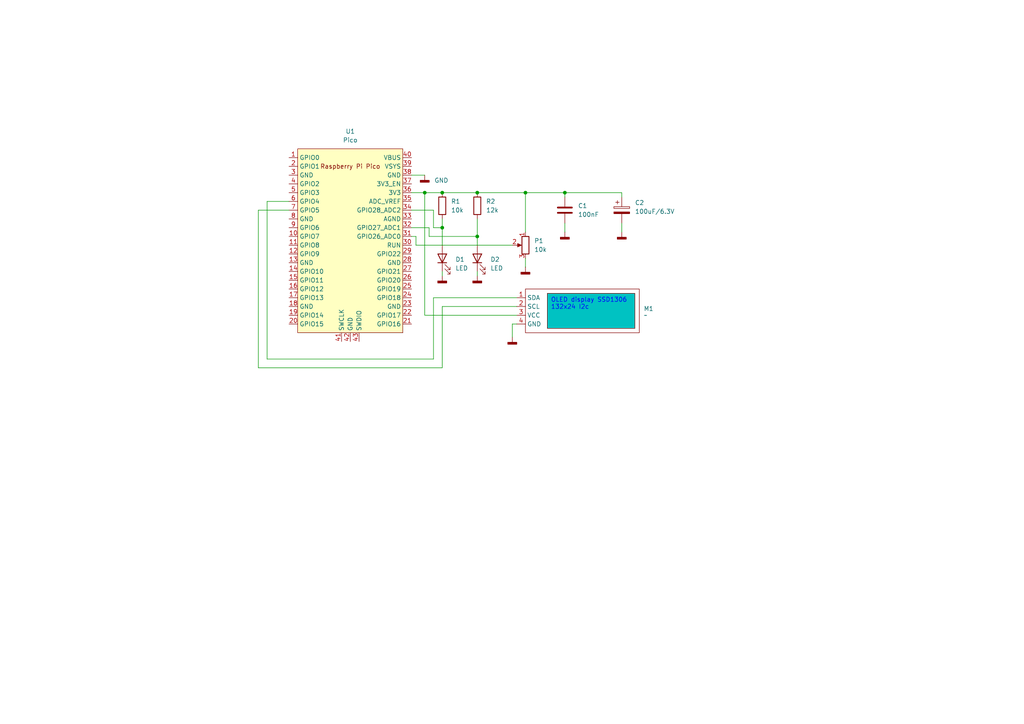
<source format=kicad_sch>
(kicad_sch (version 20231120) (generator "eeschema") (generator_version "8.0")
  (paper "A4")
  (title_block (title "Interní teploměr s OLED diplejem") (company "Mgr. Ing. Jiří Chráska"))
  (lib_symbols
    (symbol "Device:C" (pin_numbers hide) (pin_names (offset 0.254))
      (property "Reference" "C" (at 0.635 2.54 0))
      (property "Value" "C" (at 0.635 -2.54 0))
      (symbol "C_0_1"
        (polyline (pts (xy -2.032 -0.762) (xy 2.032 -0.762)) (stroke (width 0.508)))
        (polyline (pts (xy -2.032 0.762) (xy 2.032 0.762)) (stroke (width 0.508)))
      )
      (symbol "C_1_1"
        (pin passive line (at 0 3.81 270) (length 2.794) (name "~") (number "1"))
        (pin passive line (at 0 -3.81 90) (length 2.794) (name "~") (number "2"))
      )
    )
    (symbol "Device:C_Polarized" (pin_numbers hide) (pin_names (offset 0.254))
      (property "Reference" "C" (at 0.635 2.54 0))
      (property "Value" "C_Polarized" (at 0.635 -2.54 0))
      (symbol "C_Polarized_0_1"
        (rectangle (start -2.286 0.508) (end 2.286 1.016))
        (polyline (pts (xy -1.778 2.286) (xy -0.762 2.286)))
        (polyline (pts (xy -1.27 2.794) (xy -1.27 1.778)))
        (rectangle (start 2.286 -0.508) (end -2.286 -1.016) (fill (type outline)))
      )
      (symbol "C_Polarized_1_1"
        (pin passive line (at 0 3.81 270) (length 2.794) (name "~") (number "1"))
        (pin passive line (at 0 -3.81 90) (length 2.794) (name "~") (number "2"))
      )
    )
    (symbol "Device:LED" (pin_numbers hide) (pin_names (offset 1.016) hide)
      (property "Reference" "D" (at 0 2.54 0))
      (property "Value" "LED" (at 0 -2.54 0))
      (symbol "LED_0_1"
        (polyline (pts (xy -1.27 -1.27) (xy -1.27 1.27)) (stroke (width 0.254)))
        (polyline (pts (xy -1.27 0) (xy 1.27 0)))
        (polyline (pts (xy 1.27 -1.27) (xy 1.27 1.27) (xy -1.27 0) (xy 1.27 -1.27)) (stroke (width 0.254)))
        (polyline (pts (xy -3.048 -0.762) (xy -4.572 -2.286) (xy -3.81 -2.286) (xy -4.572 -2.286) (xy -4.572 -1.524)))
        (polyline (pts (xy -1.778 -0.762) (xy -3.302 -2.286) (xy -2.54 -2.286) (xy -3.302 -2.286) (xy -3.302 -1.524)))
      )
      (symbol "LED_1_1"
        (pin passive line (at -3.81 0 0) (length 2.54) (name "K") (number "1"))
        (pin passive line (at 3.81 0 180) (length 2.54) (name "A") (number "2"))
      )
    )
    (symbol "Device:R" (pin_numbers hide) (pin_names (offset 0))
      (property "Reference" "R" (at 2.032 0 90))
      (property "Value" "R" (at 0 0 90))
      (symbol "R_0_1"
        (rectangle (start -1.016 -2.54) (end 1.016 2.54) (stroke (width 0.254)))
      )
      (symbol "R_1_1"
        (pin passive line (at 0 3.81 270) (length 1.27) (name "~") (number "1"))
        (pin passive line (at 0 -3.81 90) (length 1.27) (name "~") (number "2"))
      )
    )
    (symbol "Device:R_Potentiometer" (pin_names (offset 1.016) hide)
      (property "Reference" "RV" (at -4.445 0 90))
      (property "Value" "R_Potentiometer" (at -2.54 0 90))
      (symbol "R_Potentiometer_0_1"
        (polyline (pts (xy 2.54 0) (xy 1.524 0)))
        (polyline (pts (xy 1.143 0) (xy 2.286 0.508) (xy 2.286 -0.508) (xy 1.143 0)) (fill (type outline)))
        (rectangle (start 1.016 2.54) (end -1.016 -2.54) (stroke (width 0.254)))
      )
      (symbol "R_Potentiometer_1_1"
        (pin passive line (at 0 3.81 270) (length 1.27) (name "1") (number "1"))
        (pin passive line (at 3.81 0 180) (length 1.27) (name "2") (number "2"))
        (pin passive line (at 0 -3.81 90) (length 1.27) (name "3") (number "3"))
      )
    )
    (symbol "MCU_RaspberryPi_and_Boards:Pico"
      (property "Reference" "U" (at -13.97 27.94 0))
      (property "Value" "Pico" (at 0 19.05 0))
      (symbol "Pico_0_0"
        (text "Raspberry Pi Pico" (at 0 21.59 0) (effects (font (size 1.27 1.27))))
      )
      (symbol "Pico_0_1"
        (rectangle (start -15.24 26.67) (end 15.24 -26.67) (fill (type background)))
      )
      (symbol "Pico_1_1"
        (pin bidirectional line (at -17.78 24.13 0) (length 2.54) (name "GPIO0") (number "1"))
        (pin bidirectional line (at -17.78 1.27 0) (length 2.54) (name "GPIO7") (number "10"))
        (pin bidirectional line (at -17.78 -1.27 0) (length 2.54) (name "GPIO8") (number "11"))
        (pin bidirectional line (at -17.78 -3.81 0) (length 2.54) (name "GPIO9") (number "12"))
        (pin power_in line (at -17.78 -6.35 0) (length 2.54) (name "GND") (number "13"))
        (pin bidirectional line (at -17.78 -8.89 0) (length 2.54) (name "GPIO10") (number "14"))
        (pin bidirectional line (at -17.78 -11.43 0) (length 2.54) (name "GPIO11") (number "15"))
        (pin bidirectional line (at -17.78 -13.97 0) (length 2.54) (name "GPIO12") (number "16"))
        (pin bidirectional line (at -17.78 -16.51 0) (length 2.54) (name "GPIO13") (number "17"))
        (pin power_in line (at -17.78 -19.05 0) (length 2.54) (name "GND") (number "18"))
        (pin bidirectional line (at -17.78 -21.59 0) (length 2.54) (name "GPIO14") (number "19"))
        (pin bidirectional line (at -17.78 21.59 0) (length 2.54) (name "GPIO1") (number "2"))
        (pin bidirectional line (at -17.78 -24.13 0) (length 2.54) (name "GPIO15") (number "20"))
        (pin bidirectional line (at 17.78 -24.13 180) (length 2.54) (name "GPIO16") (number "21"))
        (pin bidirectional line (at 17.78 -21.59 180) (length 2.54) (name "GPIO17") (number "22"))
        (pin power_in line (at 17.78 -19.05 180) (length 2.54) (name "GND") (number "23"))
        (pin bidirectional line (at 17.78 -16.51 180) (length 2.54) (name "GPIO18") (number "24"))
        (pin bidirectional line (at 17.78 -13.97 180) (length 2.54) (name "GPIO19") (number "25"))
        (pin bidirectional line (at 17.78 -11.43 180) (length 2.54) (name "GPIO20") (number "26"))
        (pin bidirectional line (at 17.78 -8.89 180) (length 2.54) (name "GPIO21") (number "27"))
        (pin power_in line (at 17.78 -6.35 180) (length 2.54) (name "GND") (number "28"))
        (pin bidirectional line (at 17.78 -3.81 180) (length 2.54) (name "GPIO22") (number "29"))
        (pin power_in line (at -17.78 19.05 0) (length 2.54) (name "GND") (number "3"))
        (pin input line (at 17.78 -1.27 180) (length 2.54) (name "RUN") (number "30"))
        (pin bidirectional line (at 17.78 1.27 180) (length 2.54) (name "GPIO26_ADC0") (number "31"))
        (pin bidirectional line (at 17.78 3.81 180) (length 2.54) (name "GPIO27_ADC1") (number "32"))
        (pin power_in line (at 17.78 6.35 180) (length 2.54) (name "AGND") (number "33"))
        (pin bidirectional line (at 17.78 8.89 180) (length 2.54) (name "GPIO28_ADC2") (number "34"))
        (pin power_in line (at 17.78 11.43 180) (length 2.54) (name "ADC_VREF") (number "35"))
        (pin power_in line (at 17.78 13.97 180) (length 2.54) (name "3V3") (number "36"))
        (pin input line (at 17.78 16.51 180) (length 2.54) (name "3V3_EN") (number "37"))
        (pin bidirectional line (at 17.78 19.05 180) (length 2.54) (name "GND") (number "38"))
        (pin power_in line (at 17.78 21.59 180) (length 2.54) (name "VSYS") (number "39"))
        (pin bidirectional line (at -17.78 16.51 0) (length 2.54) (name "GPIO2") (number "4"))
        (pin power_in line (at 17.78 24.13 180) (length 2.54) (name "VBUS") (number "40"))
        (pin input line (at -2.54 -29.21 90) (length 2.54) (name "SWCLK") (number "41"))
        (pin power_in line (at 0 -29.21 90) (length 2.54) (name "GND") (number "42"))
        (pin bidirectional line (at 2.54 -29.21 90) (length 2.54) (name "SWDIO") (number "43"))
        (pin bidirectional line (at -17.78 13.97 0) (length 2.54) (name "GPIO3") (number "5"))
        (pin bidirectional line (at -17.78 11.43 0) (length 2.54) (name "GPIO4") (number "6"))
        (pin bidirectional line (at -17.78 8.89 0) (length 2.54) (name "GPIO5") (number "7"))
        (pin power_in line (at -17.78 6.35 0) (length 2.54) (name "GND") (number "8"))
        (pin bidirectional line (at -17.78 3.81 0) (length 2.54) (name "GPIO6") (number "9"))
      )
    )
    (symbol "OLED_SSD1306:OLED_SSD1306_128x32"
      (property "Reference" "M" (at 0 0 0))
      (symbol "OLED_SSD1306_128x32_0_1"
        (rectangle (start 0 -1.27) (end 33.02 -13.97))
      )
      (symbol "OLED_SSD1306_128x32_1_1"
        (text_box "OLED display SSD1306 132x24 I2c" (at 6.35 -2.54 0) (size 25.4 -10.16) (fill (type color) (color 0 194 194 1)) (effects (font (size 1.27 1.27)) (justify left top)))
        (pin bidirectional line (at -2.54 -3.81 0) (length 2.54) (name "SDA") (number "1"))
        (pin bidirectional line (at -2.54 -6.35 0) (length 2.54) (name "SCL") (number "2"))
        (pin power_in line (at -2.54 -8.89 0) (length 2.54) (name "VCC") (number "3"))
        (pin power_in line (at -2.54 -11.43 0) (length 2.54) (name "GND") (number "4"))
      )
    )
    (symbol "power:GNDD" (power) (pin_numbers hide) (pin_names (offset 0) hide)
      (property "Value" "GNDD" (at 0 -3.175 0))
      (symbol "GNDD_0_1"
        (rectangle (start -1.27 -1.524) (end 1.27 -2.032) (stroke (width 0.254)) (fill (type outline)))
        (polyline (pts (xy 0 0) (xy 0 -1.524)))
      )
      (symbol "GNDD_1_1"
        (pin power_in line (at 0 0 270) (length 0) (name "~") (number "1"))
      )
    )
  )
  (junction (at 128.27 55.88))
  (junction (at 152.4 55.88))
  (junction (at 123.19 55.88))
  (junction (at 138.43 68.58))
  (junction (at 138.43 55.88))
  (junction (at 128.27 66.04))
  (junction (at 163.83 55.88))
  (wire (pts (xy 125.73 104.14) (xy 77.47 104.14)))
  (wire (pts (xy 163.83 64.77) (xy 163.83 67.31)))
  (wire (pts (xy 163.83 55.88) (xy 163.83 57.15)))
  (wire (pts (xy 148.59 97.79) (xy 148.59 93.98)))
  (wire (pts (xy 128.27 66.04) (xy 128.27 71.12)))
  (wire (pts (xy 119.38 50.8) (xy 123.19 50.8)))
  (wire (pts (xy 149.86 88.9) (xy 128.27 88.9)))
  (wire (pts (xy 152.4 55.88) (xy 152.4 67.31)))
  (wire (pts (xy 128.27 63.5) (xy 128.27 66.04)))
  (wire (pts (xy 163.83 55.88) (xy 180.34 55.88)))
  (wire (pts (xy 138.43 71.12) (xy 138.43 68.58)))
  (wire (pts (xy 148.59 93.98) (xy 149.86 93.98)))
  (wire (pts (xy 77.47 104.14) (xy 77.47 58.42)))
  (wire (pts (xy 120.65 71.12) (xy 148.59 71.12)))
  (wire (pts (xy 138.43 55.88) (xy 152.4 55.88)))
  (wire (pts (xy 120.65 71.12) (xy 120.65 68.58)))
  (wire (pts (xy 128.27 55.88) (xy 138.43 55.88)))
  (wire (pts (xy 74.93 60.96) (xy 83.82 60.96)))
  (wire (pts (xy 152.4 74.93) (xy 152.4 77.47)))
  (wire (pts (xy 119.38 66.04) (xy 124.46 66.04)))
  (wire (pts (xy 152.4 55.88) (xy 163.83 55.88)))
  (wire (pts (xy 149.86 86.36) (xy 125.73 86.36)))
  (wire (pts (xy 124.46 68.58) (xy 138.43 68.58)))
  (wire (pts (xy 125.73 60.96) (xy 125.73 66.04)))
  (wire (pts (xy 125.73 86.36) (xy 125.73 104.14)))
  (wire (pts (xy 128.27 106.68) (xy 74.93 106.68)))
  (wire (pts (xy 125.73 66.04) (xy 128.27 66.04)))
  (wire (pts (xy 180.34 64.77) (xy 180.34 67.31)))
  (wire (pts (xy 77.47 58.42) (xy 83.82 58.42)))
  (wire (pts (xy 123.19 91.44) (xy 123.19 55.88)))
  (wire (pts (xy 74.93 106.68) (xy 74.93 60.96)))
  (wire (pts (xy 180.34 55.88) (xy 180.34 57.15)))
  (wire (pts (xy 128.27 88.9) (xy 128.27 106.68)))
  (wire (pts (xy 119.38 55.88) (xy 123.19 55.88)))
  (wire (pts (xy 128.27 78.74) (xy 128.27 80.01)))
  (wire (pts (xy 123.19 55.88) (xy 128.27 55.88)))
  (wire (pts (xy 138.43 78.74) (xy 138.43 80.01)))
  (wire (pts (xy 119.38 68.58) (xy 120.65 68.58)))
  (wire (pts (xy 138.43 63.5) (xy 138.43 68.58)))
  (wire (pts (xy 124.46 66.04) (xy 124.46 68.58)))
  (wire (pts (xy 149.86 91.44) (xy 123.19 91.44)))
  (wire (pts (xy 119.38 60.96) (xy 125.73 60.96)))
  (symbol (lib_id "Device:R_Potentiometer") (at 152.4 71.12 0) (mirror y) (unit 1)
    (property "Reference" "P1" (at 154.94 69.8499 0) (effects (justify right)))
    (property "Value" "10k" (at 154.94 72.3899 0) (effects (justify right)))
    (property "Description" "Potentiometer" (effects (hide yes)))
  )
  (symbol (lib_id "Device:R") (at 128.27 59.69 0) (unit 1)
    (property "Reference" "R1" (at 130.81 58.4199 0) (effects (justify left)))
    (property "Value" "10k" (at 130.81 60.9599 0) (effects (justify left)))
    (property "Description" "Resistor" (effects (hide yes)))
  )
  (symbol (lib_id "Device:C_Polarized") (at 180.34 60.96 0) (unit 1)
    (property "Reference" "C2" (at 184.15 58.8009 0) (effects (justify left)))
    (property "Value" "100uF/6.3V" (at 184.15 61.3409 0) (effects (justify left)))
    (property "Description" "Polarized capacitor" (effects (hide yes)))
  )
  (symbol (lib_id "Device:R") (at 138.43 59.69 0) (unit 1)
    (property "Reference" "R2" (at 140.97 58.4199 0) (effects (justify left)))
    (property "Value" "12k" (at 140.97 60.9599 0) (effects (justify left)))
    (property "Description" "Resistor" (effects (hide yes)))
  )
  (symbol (lib_id "Device:LED") (at 138.43 74.93 90) (unit 1)
    (property "Reference" "D2" (at 142.24 75.2474 90) (effects (justify right)))
    (property "Value" "LED" (at 142.24 77.7874 90) (effects (justify right)))
    (property "Description" "Light emitting diode" (effects (hide yes)))
  )
  (symbol (lib_id "power:GNDD") (at 152.4 77.47 0) (unit 1)
    (property "Reference" "#PWR07" (effects (hide yes)))
    (property "Value" "GND" (effects (hide yes)))
    (property "Description" "Power symbol creates a global label with name \"GNDD\" , digital ground" (effects (hide yes)))
  )
  (symbol (lib_id "power:GNDD") (at 123.19 50.8 0) (unit 1)
    (property "Reference" "#PWR04" (effects (hide yes)))
    (property "Value" "GND" (at 128.016 52.324 0))
    (property "Description" "Power symbol creates a global label with name \"GNDD\" , digital ground" (effects (hide yes)))
  )
  (symbol (lib_id "power:GNDD") (at 163.83 67.31 0) (unit 1)
    (property "Reference" "#PWR02" (effects (hide yes)))
    (property "Value" "GND" (effects (hide yes)))
    (property "Description" "Power symbol creates a global label with name \"GNDD\" , digital ground" (effects (hide yes)))
  )
  (symbol (lib_id "Device:C") (at 163.83 60.96 0) (unit 1)
    (property "Reference" "C1" (at 167.64 59.6899 0) (effects (justify left)))
    (property "Value" "100nF" (at 167.64 62.2299 0) (effects (justify left)))
    (property "Description" "Unpolarized capacitor" (effects (hide yes)))
  )
  (symbol (lib_id "power:GNDD") (at 138.43 80.01 0) (unit 1)
    (property "Reference" "#PWR06" (effects (hide yes)))
    (property "Value" "GND" (effects (hide yes)))
    (property "Description" "Power symbol creates a global label with name \"GNDD\" , digital ground" (effects (hide yes)))
  )
  (symbol (lib_id "power:GNDD") (at 148.59 97.79 0) (unit 1)
    (property "Reference" "#PWR03" (effects (hide yes)))
    (property "Value" "GND" (effects (hide yes)))
    (property "Description" "Power symbol creates a global label with name \"GNDD\" , digital ground" (effects (hide yes)))
  )
  (symbol (lib_id "OLED_SSD1306:OLED_SSD1306_128x32") (at 152.4 82.55 0) (unit 1)
    (property "Reference" "M1" (at 186.69 89.5349 0) (effects (justify left)))
    (property "Value" "~" (at 186.69 91.44 0) (effects (justify left)))
  )
  (symbol (lib_id "power:GNDD") (at 128.27 80.01 0) (unit 1)
    (property "Reference" "#PWR05" (effects (hide yes)))
    (property "Value" "GND" (effects (hide yes)))
    (property "Description" "Power symbol creates a global label with name \"GNDD\" , digital ground" (effects (hide yes)))
  )
  (symbol (lib_id "power:GNDD") (at 180.34 67.31 0) (unit 1)
    (property "Reference" "#PWR01" (effects (hide yes)))
    (property "Value" "GND" (effects (hide yes)))
    (property "Description" "Power symbol creates a global label with name \"GNDD\" , digital ground" (effects (hide yes)))
  )
  (symbol (lib_id "MCU_RaspberryPi_and_Boards:Pico") (at 101.6 69.85 0) (unit 1)
    (property "Reference" "U1" (at 101.6 38.1 0))
    (property "Value" "Pico" (at 101.6 40.64 0))
    (property "Footprint" "RPi_Pico:RPi_Pico_SMD_TH" (effects (hide yes)))
  )
  (symbol (lib_id "Device:LED") (at 128.27 74.93 90) (unit 1)
    (property "Reference" "D1" (at 132.08 75.2474 90) (effects (justify right)))
    (property "Value" "LED" (at 132.08 77.7874 90) (effects (justify right)))
    (property "Description" "Light emitting diode" (effects (hide yes)))
  )
)
</source>
